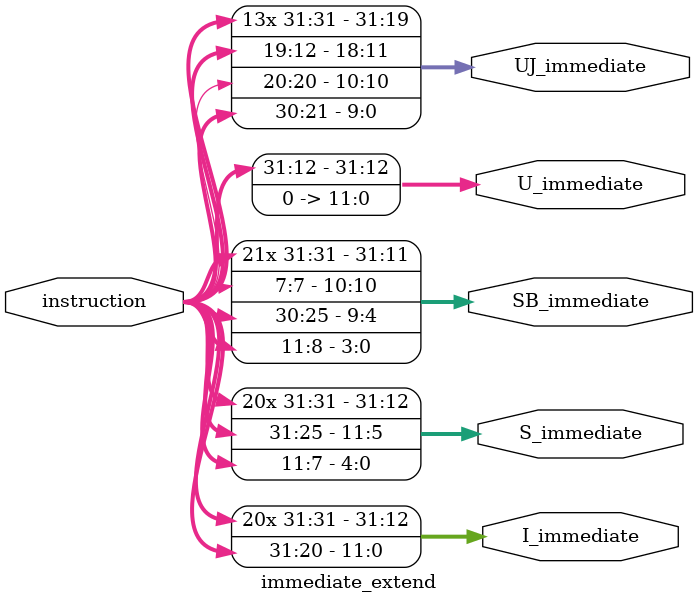
<source format=sv>
module immediate_extend 
(
    input logic [31:7]instruction,
    output logic signed [31:0] I_immediate, S_immediate, SB_immediate, U_immediate, UJ_immediate
);

assign I_immediate = 32'(signed'(instruction[31:20]));
assign S_immediate = 32'(signed'({instruction[31:25],instruction[11:7]}));
assign SB_immediate = 32'(signed'({instruction[31],instruction[7], instruction[30:25], instruction[11:8]}));
assign U_immediate = 32'(signed'({instruction[31:12],12'b0}));
assign UJ_immediate = 32'(signed'({instruction[31], instruction[19:12], instruction[20],  instruction[30:21]}));

endmodule : immediate_extend
</source>
